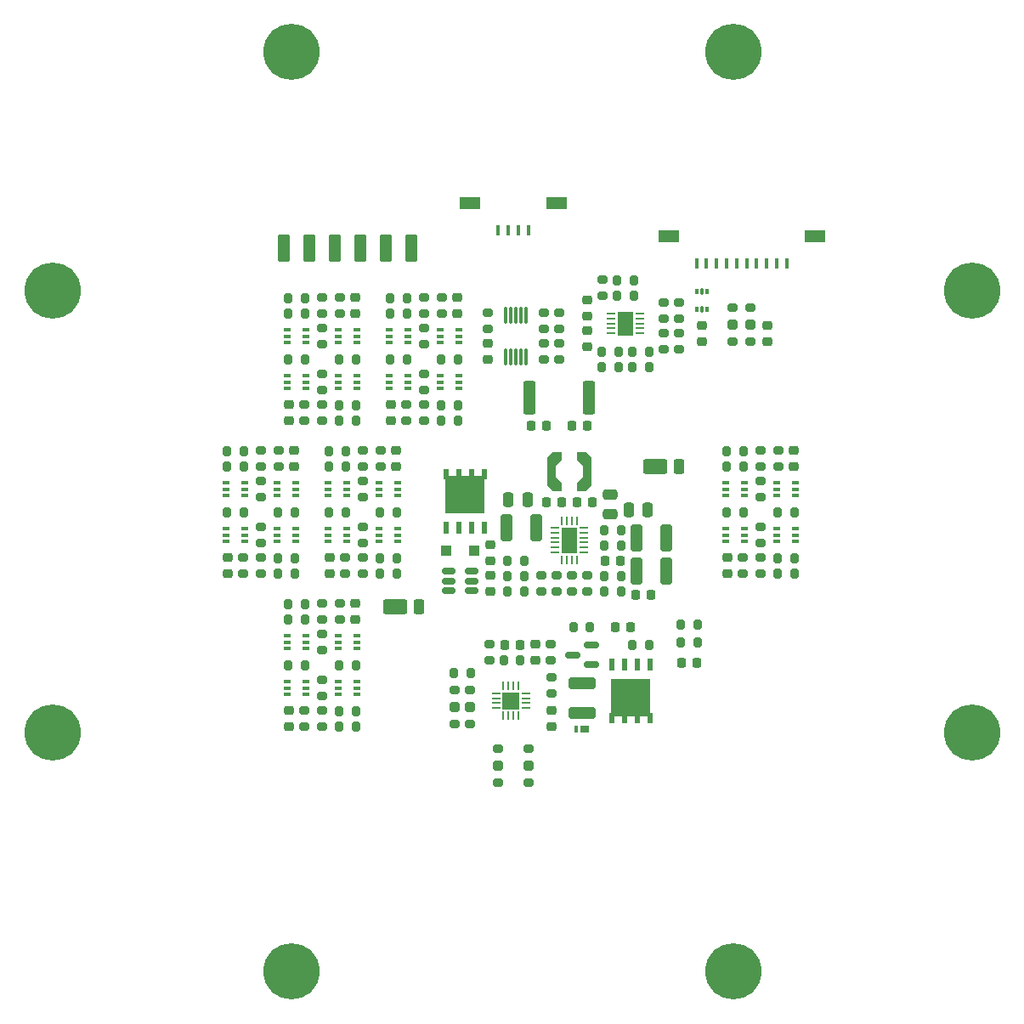
<source format=gbr>
%TF.GenerationSoftware,KiCad,Pcbnew,8.0.5*%
%TF.CreationDate,2025-02-27T20:43:25-05:00*%
%TF.ProjectId,Z+,5a2b2e6b-6963-4616-945f-706362585858,rev?*%
%TF.SameCoordinates,Original*%
%TF.FileFunction,Soldermask,Bot*%
%TF.FilePolarity,Negative*%
%FSLAX46Y46*%
G04 Gerber Fmt 4.6, Leading zero omitted, Abs format (unit mm)*
G04 Created by KiCad (PCBNEW 8.0.5) date 2025-02-27 20:43:25*
%MOMM*%
%LPD*%
G01*
G04 APERTURE LIST*
G04 Aperture macros list*
%AMRoundRect*
0 Rectangle with rounded corners*
0 $1 Rounding radius*
0 $2 $3 $4 $5 $6 $7 $8 $9 X,Y pos of 4 corners*
0 Add a 4 corners polygon primitive as box body*
4,1,4,$2,$3,$4,$5,$6,$7,$8,$9,$2,$3,0*
0 Add four circle primitives for the rounded corners*
1,1,$1+$1,$2,$3*
1,1,$1+$1,$4,$5*
1,1,$1+$1,$6,$7*
1,1,$1+$1,$8,$9*
0 Add four rect primitives between the rounded corners*
20,1,$1+$1,$2,$3,$4,$5,0*
20,1,$1+$1,$4,$5,$6,$7,0*
20,1,$1+$1,$6,$7,$8,$9,0*
20,1,$1+$1,$8,$9,$2,$3,0*%
%AMFreePoly0*
4,1,11,1.015000,1.170000,0.435000,0.575000,0.435000,-0.575000,1.015000,-1.170000,1.015000,-1.945000,0.125000,-1.945000,-0.435000,-1.395000,-0.435000,1.395000,0.125000,1.945000,1.015000,1.945000,1.015000,1.170000,1.015000,1.170000,$1*%
%AMFreePoly1*
4,1,11,0.435000,1.395000,0.435000,-1.395000,-0.125000,-1.945000,-1.015000,-1.945000,-1.015000,-1.170000,-0.435000,-0.575000,-0.435000,0.575000,-1.015000,1.170000,-1.015000,1.945000,-0.125000,1.945000,0.435000,1.395000,0.435000,1.395000,$1*%
G04 Aperture macros list end*
%ADD10C,0.762000*%
%ADD11C,3.800000*%
%ADD12C,5.600000*%
%ADD13RoundRect,0.225000X0.250000X-0.225000X0.250000X0.225000X-0.250000X0.225000X-0.250000X-0.225000X0*%
%ADD14RoundRect,0.100000X0.225000X0.100000X-0.225000X0.100000X-0.225000X-0.100000X0.225000X-0.100000X0*%
%ADD15RoundRect,0.200000X0.200000X0.275000X-0.200000X0.275000X-0.200000X-0.275000X0.200000X-0.275000X0*%
%ADD16RoundRect,0.225000X-0.250000X0.225000X-0.250000X-0.225000X0.250000X-0.225000X0.250000X0.225000X0*%
%ADD17RoundRect,0.200000X-0.275000X0.200000X-0.275000X-0.200000X0.275000X-0.200000X0.275000X0.200000X0*%
%ADD18RoundRect,0.250000X0.325000X1.100000X-0.325000X1.100000X-0.325000X-1.100000X0.325000X-1.100000X0*%
%ADD19RoundRect,0.100000X-0.225000X-0.100000X0.225000X-0.100000X0.225000X0.100000X-0.225000X0.100000X0*%
%ADD20RoundRect,0.250000X0.950000X0.500000X-0.950000X0.500000X-0.950000X-0.500000X0.950000X-0.500000X0*%
%ADD21RoundRect,0.250000X0.275000X0.500000X-0.275000X0.500000X-0.275000X-0.500000X0.275000X-0.500000X0*%
%ADD22R,0.400000X1.000000*%
%ADD23R,2.000000X1.300000*%
%ADD24RoundRect,0.218750X0.218750X0.256250X-0.218750X0.256250X-0.218750X-0.256250X0.218750X-0.256250X0*%
%ADD25RoundRect,0.200000X-0.200000X-0.275000X0.200000X-0.275000X0.200000X0.275000X-0.200000X0.275000X0*%
%ADD26RoundRect,0.062500X0.362500X0.062500X-0.362500X0.062500X-0.362500X-0.062500X0.362500X-0.062500X0*%
%ADD27RoundRect,0.062500X0.062500X0.362500X-0.062500X0.362500X-0.062500X-0.362500X0.062500X-0.362500X0*%
%ADD28R,1.650000X2.650000*%
%ADD29RoundRect,0.218750X-0.218750X-0.256250X0.218750X-0.256250X0.218750X0.256250X-0.218750X0.256250X0*%
%ADD30RoundRect,0.200000X0.275000X-0.200000X0.275000X0.200000X-0.275000X0.200000X-0.275000X-0.200000X0*%
%ADD31RoundRect,0.250000X-0.300000X-0.300000X0.300000X-0.300000X0.300000X0.300000X-0.300000X0.300000X0*%
%ADD32RoundRect,0.062500X-0.362500X-0.062500X0.362500X-0.062500X0.362500X0.062500X-0.362500X0.062500X0*%
%ADD33R,1.650000X2.380000*%
%ADD34R,0.812800X0.254000*%
%ADD35R,0.254000X0.812800*%
%ADD36R,1.752600X1.752600*%
%ADD37RoundRect,0.150000X0.512500X0.150000X-0.512500X0.150000X-0.512500X-0.150000X0.512500X-0.150000X0*%
%ADD38RoundRect,0.250000X-0.325000X-1.100000X0.325000X-1.100000X0.325000X1.100000X-0.325000X1.100000X0*%
%ADD39RoundRect,0.093750X-0.093750X0.156250X-0.093750X-0.156250X0.093750X-0.156250X0.093750X0.156250X0*%
%ADD40RoundRect,0.075000X-0.075000X0.250000X-0.075000X-0.250000X0.075000X-0.250000X0.075000X0.250000X0*%
%ADD41RoundRect,0.250000X-0.250000X-0.475000X0.250000X-0.475000X0.250000X0.475000X-0.250000X0.475000X0*%
%ADD42RoundRect,0.075000X0.390000X0.275000X-0.390000X0.275000X-0.390000X-0.275000X0.390000X-0.275000X0*%
%ADD43RoundRect,0.075000X0.075000X0.275000X-0.075000X0.275000X-0.075000X-0.275000X0.075000X-0.275000X0*%
%ADD44RoundRect,0.250000X1.100000X-0.325000X1.100000X0.325000X-1.100000X0.325000X-1.100000X-0.325000X0*%
%ADD45R,0.610000X1.270000*%
%ADD46R,0.610000X1.020000*%
%ADD47R,3.910000X3.810000*%
%ADD48RoundRect,0.225000X-0.225000X-0.250000X0.225000X-0.250000X0.225000X0.250000X-0.225000X0.250000X0*%
%ADD49RoundRect,0.150000X0.587500X0.150000X-0.587500X0.150000X-0.587500X-0.150000X0.587500X-0.150000X0*%
%ADD50FreePoly0,180.000000*%
%ADD51FreePoly1,180.000000*%
%ADD52RoundRect,0.225000X0.225000X0.250000X-0.225000X0.250000X-0.225000X-0.250000X0.225000X-0.250000X0*%
%ADD53RoundRect,0.218750X0.256250X-0.218750X0.256250X0.218750X-0.256250X0.218750X-0.256250X-0.218750X0*%
%ADD54RoundRect,0.250000X0.475000X-0.250000X0.475000X0.250000X-0.475000X0.250000X-0.475000X-0.250000X0*%
%ADD55RoundRect,0.087500X0.087500X-0.725000X0.087500X0.725000X-0.087500X0.725000X-0.087500X-0.725000X0*%
%ADD56RoundRect,0.250000X0.250000X0.475000X-0.250000X0.475000X-0.250000X-0.475000X0.250000X-0.475000X0*%
%ADD57RoundRect,0.102000X0.500000X1.250000X-0.500000X1.250000X-0.500000X-1.250000X0.500000X-1.250000X0*%
%ADD58RoundRect,0.250000X-0.362500X-1.425000X0.362500X-1.425000X0.362500X1.425000X-0.362500X1.425000X0*%
G04 APERTURE END LIST*
D10*
%TO.C,H4*%
X193851074Y-79832061D03*
X194495324Y-78276311D03*
X194495324Y-81387811D03*
X196051074Y-77632061D03*
D11*
X196051074Y-79832061D03*
D12*
X196051074Y-79832061D03*
D10*
X196051074Y-82032061D03*
X197606824Y-78276311D03*
X197606824Y-81387811D03*
X198251074Y-79832061D03*
%TD*%
%TO.C,H2*%
X193851074Y-123832061D03*
X194495324Y-122276311D03*
X194495324Y-125387811D03*
X196051074Y-121632061D03*
D11*
X196051074Y-123832061D03*
D12*
X196051074Y-123832061D03*
D10*
X196051074Y-126032061D03*
X197606824Y-122276311D03*
X197606824Y-125387811D03*
X198251074Y-123832061D03*
%TD*%
%TO.C,H5*%
X126051074Y-147632061D03*
X126695324Y-146076311D03*
X126695324Y-149187811D03*
X128251074Y-145432061D03*
D11*
X128251074Y-147632061D03*
D12*
X128251074Y-147632061D03*
D10*
X128251074Y-149832061D03*
X129806824Y-146076311D03*
X129806824Y-149187811D03*
X130451074Y-147632061D03*
%TD*%
%TO.C,H1*%
X102251074Y-79832061D03*
X102895324Y-78276311D03*
X102895324Y-81387811D03*
X104451074Y-77632061D03*
D11*
X104451074Y-79832061D03*
D12*
X104451074Y-79832061D03*
D10*
X104451074Y-82032061D03*
X106006824Y-78276311D03*
X106006824Y-81387811D03*
X106651074Y-79832061D03*
%TD*%
%TO.C,H3*%
X102251074Y-123832061D03*
X102895324Y-122276311D03*
X102895324Y-125387811D03*
X104451074Y-121632061D03*
D11*
X104451074Y-123832061D03*
D12*
X104451074Y-123832061D03*
D10*
X104451074Y-126032061D03*
X106006824Y-122276311D03*
X106006824Y-125387811D03*
X106651074Y-123832061D03*
%TD*%
%TO.C,H6*%
X170051074Y-56032061D03*
X170695324Y-54476311D03*
X170695324Y-57587811D03*
X172251074Y-53832061D03*
D11*
X172251074Y-56032061D03*
D12*
X172251074Y-56032061D03*
D10*
X172251074Y-58232061D03*
X173806824Y-54476311D03*
X173806824Y-57587811D03*
X174451074Y-56032061D03*
%TD*%
%TO.C,H8*%
X126051074Y-56032061D03*
X126695324Y-54476311D03*
X126695324Y-57587811D03*
X128251074Y-53832061D03*
D11*
X128251074Y-56032061D03*
D12*
X128251074Y-56032061D03*
D10*
X128251074Y-58232061D03*
X129806824Y-54476311D03*
X129806824Y-57587811D03*
X130451074Y-56032061D03*
%TD*%
%TO.C,H7*%
X170051074Y-147632061D03*
X170695324Y-146076311D03*
X170695324Y-149187811D03*
X172251074Y-145432061D03*
D11*
X172251074Y-147632061D03*
D12*
X172251074Y-147632061D03*
D10*
X172251074Y-149832061D03*
X173806824Y-146076311D03*
X173806824Y-149187811D03*
X174451074Y-147632061D03*
%TD*%
D13*
%TO.C,C12*%
X154178000Y-123203000D03*
X154178000Y-121653000D03*
%TD*%
D14*
%TO.C,Q14*%
X139888000Y-88250000D03*
X139888000Y-88900000D03*
X139888000Y-89550000D03*
X137988000Y-89550000D03*
X137988000Y-88900000D03*
X137988000Y-88250000D03*
%TD*%
D15*
%TO.C,R123*%
X162369000Y-78740000D03*
X160719000Y-78740000D03*
%TD*%
D16*
%TO.C,C2*%
X175641000Y-83299000D03*
X175641000Y-84849000D03*
%TD*%
D14*
%TO.C,Q13*%
X138872000Y-103490000D03*
X138872000Y-104140000D03*
X138872000Y-104790000D03*
X136972000Y-104790000D03*
X136972000Y-104140000D03*
X136972000Y-103490000D03*
%TD*%
D17*
%TO.C,R90*%
X131318000Y-118555000D03*
X131318000Y-120205000D03*
%TD*%
%TO.C,R34*%
X147965074Y-114999000D03*
X147965074Y-116649000D03*
%TD*%
%TO.C,R29*%
X146050000Y-119571000D03*
X146050000Y-121221000D03*
%TD*%
D15*
%TO.C,R23*%
X157988000Y-113284000D03*
X156338000Y-113284000D03*
%TD*%
D18*
%TO.C,C26*%
X152605000Y-103378000D03*
X149655000Y-103378000D03*
%TD*%
D14*
%TO.C,Q21*%
X134808000Y-118730000D03*
X134808000Y-119380000D03*
X134808000Y-120030000D03*
X132908000Y-120030000D03*
X132908000Y-119380000D03*
X132908000Y-118730000D03*
%TD*%
D15*
%TO.C,R64*%
X139763000Y-86614000D03*
X138113000Y-86614000D03*
%TD*%
D19*
%TO.C,Q24*%
X176596000Y-100218000D03*
X176596000Y-99568000D03*
X176596000Y-98918000D03*
X178496000Y-98918000D03*
X178496000Y-99568000D03*
X178496000Y-100218000D03*
%TD*%
D17*
%TO.C,R73*%
X143256000Y-80455000D03*
X143256000Y-82105000D03*
%TD*%
D20*
%TO.C,D7*%
X164504000Y-97282000D03*
D21*
X166879000Y-97282000D03*
%TD*%
D22*
%TO.C,J1*%
X168611160Y-77110000D03*
X169611160Y-77110000D03*
X170611160Y-77110000D03*
X171611160Y-77110000D03*
X172611160Y-77110000D03*
X173611160Y-77110000D03*
X174611160Y-77110000D03*
X175611160Y-77110000D03*
X176611160Y-77110000D03*
X177611160Y-77110000D03*
D23*
X165811160Y-74410000D03*
X180411160Y-74410000D03*
%TD*%
D15*
%TO.C,R1*%
X134682999Y-91186000D03*
X133032999Y-91186000D03*
%TD*%
D19*
%TO.C,Q12*%
X136972000Y-100218000D03*
X136972000Y-99568000D03*
X136972000Y-98918000D03*
X138872000Y-98918000D03*
X138872000Y-99568000D03*
X138872000Y-100218000D03*
%TD*%
D14*
%TO.C,Q2*%
X134807999Y-88250000D03*
X134807999Y-88900000D03*
X134807999Y-89550000D03*
X132907999Y-89550000D03*
X132907999Y-88900000D03*
X132907999Y-88250000D03*
%TD*%
D17*
%TO.C,R54*%
X157734000Y-108141000D03*
X157734000Y-109791000D03*
%TD*%
%TO.C,R75*%
X125222000Y-95695000D03*
X125222000Y-97345000D03*
%TD*%
D13*
%TO.C,C17*%
X147828000Y-86627000D03*
X147828000Y-85077000D03*
%TD*%
D17*
%TO.C,R2*%
X131318000Y-80455000D03*
X131318000Y-82105000D03*
%TD*%
D15*
%TO.C,R38*%
X133667000Y-101854000D03*
X132017000Y-101854000D03*
%TD*%
D19*
%TO.C,Q27*%
X171516000Y-100218000D03*
X171516000Y-99568000D03*
X171516000Y-98918000D03*
X173416000Y-98918000D03*
X173416000Y-99568000D03*
X173416000Y-100218000D03*
%TD*%
D24*
%TO.C,F9*%
X153695500Y-93218000D03*
X152120500Y-93218000D03*
%TD*%
D19*
%TO.C,Q15*%
X137988000Y-84978000D03*
X137988000Y-84328000D03*
X137988000Y-83678000D03*
X139888000Y-83678000D03*
X139888000Y-84328000D03*
X139888000Y-84978000D03*
%TD*%
D25*
%TO.C,R19*%
X167069000Y-114808000D03*
X168719000Y-114808000D03*
%TD*%
D19*
%TO.C,Q23*%
X127828000Y-115458000D03*
X127828000Y-114808000D03*
X127828000Y-114158000D03*
X129728000Y-114158000D03*
X129728000Y-114808000D03*
X129728000Y-115458000D03*
%TD*%
D26*
%TO.C,U9*%
X157406000Y-103398000D03*
X157406000Y-103898000D03*
X157406000Y-104398000D03*
X157406000Y-104898000D03*
X157406000Y-105398000D03*
X157406000Y-105898000D03*
D27*
X156706000Y-106598000D03*
X156206000Y-106598000D03*
X155706000Y-106598000D03*
X155206000Y-106598000D03*
D26*
X154506000Y-105898000D03*
X154506000Y-105398000D03*
X154506000Y-104898000D03*
X154506000Y-104398000D03*
X154506000Y-103898000D03*
X154506000Y-103398000D03*
D27*
X155206000Y-102698000D03*
X155706000Y-102698000D03*
X156206000Y-102698000D03*
X156706000Y-102698000D03*
D28*
X155956000Y-104648000D03*
%TD*%
D29*
%TO.C,F8*%
X156184500Y-93218000D03*
X157759500Y-93218000D03*
%TD*%
D22*
%TO.C,J2*%
X148868000Y-73808000D03*
X149868000Y-73808000D03*
X150868000Y-73808000D03*
X151868000Y-73808000D03*
D23*
X146068000Y-71108000D03*
X154668000Y-71108000D03*
%TD*%
D19*
%TO.C,Q6*%
X121732000Y-100218000D03*
X121732000Y-99568000D03*
X121732000Y-98918000D03*
X123632000Y-98918000D03*
X123632000Y-99568000D03*
X123632000Y-100218000D03*
%TD*%
D17*
%TO.C,R102*%
X175006000Y-103315000D03*
X175006000Y-104965000D03*
%TD*%
D30*
%TO.C,R91*%
X129539999Y-123253000D03*
X129539999Y-121603000D03*
%TD*%
%TO.C,R110*%
X154940000Y-86677000D03*
X154940000Y-85027000D03*
%TD*%
D15*
%TO.C,R22*%
X168719000Y-113030000D03*
X167069000Y-113030000D03*
%TD*%
D17*
%TO.C,R30*%
X144526000Y-121349000D03*
X144526000Y-122999000D03*
%TD*%
D15*
%TO.C,R122*%
X162369000Y-80264000D03*
X160719000Y-80264000D03*
%TD*%
D25*
%TO.C,R120*%
X159195000Y-85852000D03*
X160845000Y-85852000D03*
%TD*%
D15*
%TO.C,R4*%
X134682999Y-92710000D03*
X133032999Y-92710000D03*
%TD*%
D20*
%TO.C,D8*%
X138596000Y-111252000D03*
D21*
X140971000Y-111252000D03*
%TD*%
D25*
%TO.C,R39*%
X132017000Y-95758000D03*
X133667000Y-95758000D03*
%TD*%
%TO.C,R61*%
X149797000Y-108204000D03*
X151447000Y-108204000D03*
%TD*%
D31*
%TO.C,D2*%
X143634000Y-105664000D03*
X146434000Y-105664000D03*
%TD*%
D17*
%TO.C,R21*%
X151892000Y-125413000D03*
X151892000Y-127063000D03*
%TD*%
D15*
%TO.C,R95*%
X178371000Y-107950000D03*
X176721000Y-107950000D03*
%TD*%
%TO.C,R100*%
X173291000Y-101854000D03*
X171641000Y-101854000D03*
%TD*%
D30*
%TO.C,R108*%
X153416000Y-86677000D03*
X153416000Y-85027000D03*
%TD*%
D25*
%TO.C,R44*%
X137097000Y-101854000D03*
X138747000Y-101854000D03*
%TD*%
%TO.C,R50*%
X159449000Y-109728000D03*
X161099000Y-109728000D03*
%TD*%
%TO.C,R3*%
X133032999Y-86614000D03*
X134682999Y-86614000D03*
%TD*%
%TO.C,R86*%
X127953000Y-112522000D03*
X129603000Y-112522000D03*
%TD*%
D30*
%TO.C,R32*%
X154061074Y-116649000D03*
X154061074Y-114999000D03*
%TD*%
D25*
%TO.C,R76*%
X126937000Y-101854000D03*
X128587000Y-101854000D03*
%TD*%
D30*
%TO.C,R87*%
X131317999Y-123253000D03*
X131317999Y-121603000D03*
%TD*%
D15*
%TO.C,R88*%
X129603000Y-117094000D03*
X127953000Y-117094000D03*
%TD*%
D32*
%TO.C,U11*%
X160094000Y-84058000D03*
X160094000Y-83558000D03*
X160094000Y-83058000D03*
X160094000Y-82558000D03*
X160094000Y-82058000D03*
X162994000Y-82058000D03*
X162994000Y-82558000D03*
X162994000Y-83058000D03*
X162994000Y-83558000D03*
X162994000Y-84058000D03*
D33*
X161544000Y-83058000D03*
%TD*%
D19*
%TO.C,Q11*%
X131892000Y-100218000D03*
X131892000Y-99568000D03*
X131892000Y-98918000D03*
X133792000Y-98918000D03*
X133792000Y-99568000D03*
X133792000Y-100218000D03*
%TD*%
D25*
%TO.C,R119*%
X162243000Y-85852000D03*
X163893000Y-85852000D03*
%TD*%
D14*
%TO.C,Q22*%
X129728000Y-118730000D03*
X129728000Y-119380000D03*
X129728000Y-120030000D03*
X127828000Y-120030000D03*
X127828000Y-119380000D03*
X127828000Y-118730000D03*
%TD*%
D34*
%TO.C,U7*%
X151587200Y-119899999D03*
X151587200Y-120400000D03*
X151587200Y-120900000D03*
X151587200Y-121400001D03*
D35*
X150864001Y-122123200D03*
X150364000Y-122123200D03*
X149864000Y-122123200D03*
X149363999Y-122123200D03*
D34*
X148640800Y-121400001D03*
X148640800Y-120900000D03*
X148640800Y-120400000D03*
X148640800Y-119899999D03*
D35*
X149363999Y-119176800D03*
X149864000Y-119176800D03*
X150364000Y-119176800D03*
X150864001Y-119176800D03*
D36*
X150114000Y-120650000D03*
%TD*%
D15*
%TO.C,R77*%
X128587000Y-107950000D03*
X126937000Y-107950000D03*
%TD*%
D37*
%TO.C,U6*%
X146171500Y-107762000D03*
X146171500Y-108712000D03*
X146171500Y-109662000D03*
X143896500Y-109662000D03*
X143896500Y-108712000D03*
X143896500Y-107762000D03*
%TD*%
D17*
%TO.C,R11*%
X131318000Y-88075000D03*
X131318000Y-89725000D03*
%TD*%
D25*
%TO.C,R118*%
X159195000Y-87376000D03*
X160845000Y-87376000D03*
%TD*%
D38*
%TO.C,C18*%
X162609000Y-104394000D03*
X165559000Y-104394000D03*
%TD*%
D30*
%TO.C,R12*%
X129540000Y-92773000D03*
X129540000Y-91123000D03*
%TD*%
D17*
%TO.C,R56*%
X147828000Y-81979000D03*
X147828000Y-83629000D03*
%TD*%
%TO.C,R81*%
X131318000Y-110935000D03*
X131318000Y-112585000D03*
%TD*%
D15*
%TO.C,R42*%
X138747000Y-106426000D03*
X137097000Y-106426000D03*
%TD*%
D14*
%TO.C,Q19*%
X128712000Y-103490000D03*
X128712000Y-104140000D03*
X128712000Y-104790000D03*
X126812000Y-104790000D03*
X126812000Y-104140000D03*
X126812000Y-103490000D03*
%TD*%
D13*
%TO.C,C28*%
X144780000Y-82055000D03*
X144780000Y-80505000D03*
%TD*%
D17*
%TO.C,R17*%
X125222000Y-103315000D03*
X125222000Y-104965000D03*
%TD*%
D25*
%TO.C,R35*%
X149426074Y-116586000D03*
X151076074Y-116586000D03*
%TD*%
D39*
%TO.C,U10*%
X168626500Y-79922000D03*
D40*
X169164000Y-79847000D03*
D39*
X169701500Y-79922000D03*
X169701500Y-81622000D03*
D40*
X169164000Y-81697000D03*
D39*
X168626500Y-81622000D03*
%TD*%
D14*
%TO.C,Q3*%
X129728000Y-88250000D03*
X129728000Y-88900000D03*
X129728000Y-89550000D03*
X127828000Y-89550000D03*
X127828000Y-88900000D03*
X127828000Y-88250000D03*
%TD*%
D41*
%TO.C,C21*%
X161864000Y-101600000D03*
X163764000Y-101600000D03*
%TD*%
D25*
%TO.C,R10*%
X127953000Y-80518000D03*
X129603000Y-80518000D03*
%TD*%
D19*
%TO.C,Q18*%
X126812000Y-100218000D03*
X126812000Y-99568000D03*
X126812000Y-98918000D03*
X128712000Y-98918000D03*
X128712000Y-99568000D03*
X128712000Y-100218000D03*
%TD*%
D17*
%TO.C,R43*%
X135382000Y-95695000D03*
X135382000Y-97345000D03*
%TD*%
D16*
%TO.C,C31*%
X128016000Y-121653000D03*
X128016000Y-123203000D03*
%TD*%
D17*
%TO.C,R47*%
X137160000Y-95695000D03*
X137160000Y-97345000D03*
%TD*%
D30*
%TO.C,R67*%
X139700000Y-92773000D03*
X139700000Y-91123000D03*
%TD*%
D16*
%TO.C,C15*%
X132080000Y-106413000D03*
X132080000Y-107963000D03*
%TD*%
D17*
%TO.C,R6*%
X133096000Y-80455000D03*
X133096000Y-82105000D03*
%TD*%
D42*
%TO.C,D4*%
X157511000Y-123444000D03*
D43*
X156626000Y-123444000D03*
%TD*%
D44*
%TO.C,C11*%
X157226000Y-121871000D03*
X157226000Y-118921000D03*
%TD*%
D45*
%TO.C,Q7*%
X143637000Y-103436000D03*
D46*
X147447000Y-98086000D03*
X146177000Y-98086000D03*
X144907000Y-98086000D03*
X143637000Y-98086000D03*
D47*
X145542000Y-100076000D03*
D45*
X147447000Y-103436000D03*
X146177000Y-103436000D03*
X144907000Y-103436000D03*
%TD*%
D15*
%TO.C,R48*%
X161099000Y-103632000D03*
X159449000Y-103632000D03*
%TD*%
D48*
%TO.C,C22*%
X156705000Y-100838000D03*
X158255000Y-100838000D03*
%TD*%
D30*
%TO.C,R41*%
X133604000Y-108013000D03*
X133604000Y-106363000D03*
%TD*%
D49*
%TO.C,Q8*%
X158163500Y-115128000D03*
X158163500Y-117028000D03*
X156288500Y-116078000D03*
%TD*%
D17*
%TO.C,R28*%
X146050000Y-121349000D03*
X146050000Y-122999000D03*
%TD*%
D50*
%TO.C,L1*%
X157721000Y-97790000D03*
D51*
X154191000Y-97790000D03*
%TD*%
D13*
%TO.C,C13*%
X152537074Y-116599000D03*
X152537074Y-115049000D03*
%TD*%
D52*
%TO.C,C23*%
X155207000Y-100838000D03*
X153657000Y-100838000D03*
%TD*%
D16*
%TO.C,C27*%
X138176000Y-91173000D03*
X138176000Y-92723000D03*
%TD*%
D15*
%TO.C,R52*%
X151447000Y-106680000D03*
X149797000Y-106680000D03*
%TD*%
D14*
%TO.C,Q5*%
X123632000Y-103490000D03*
X123632000Y-104140000D03*
X123632000Y-104790000D03*
X121732000Y-104790000D03*
X121732000Y-104140000D03*
X121732000Y-103490000D03*
%TD*%
D15*
%TO.C,R33*%
X146113000Y-117856000D03*
X144463000Y-117856000D03*
%TD*%
D48*
%TO.C,C14*%
X149476074Y-115062000D03*
X151026074Y-115062000D03*
%TD*%
D29*
%TO.C,F7*%
X162534500Y-110109000D03*
X164109500Y-110109000D03*
%TD*%
D30*
%TO.C,R78*%
X125222000Y-100393000D03*
X125222000Y-98743000D03*
%TD*%
D15*
%TO.C,R92*%
X178371000Y-106426000D03*
X176721000Y-106426000D03*
%TD*%
D17*
%TO.C,R85*%
X133096000Y-110935000D03*
X133096000Y-112585000D03*
%TD*%
D53*
%TO.C,F10*%
X157734000Y-85369500D03*
X157734000Y-83794500D03*
%TD*%
D30*
%TO.C,R37*%
X135382000Y-108013000D03*
X135382000Y-106363000D03*
%TD*%
D25*
%TO.C,R98*%
X171641000Y-97282000D03*
X173291000Y-97282000D03*
%TD*%
D13*
%TO.C,C29*%
X128524000Y-97295000D03*
X128524000Y-95745000D03*
%TD*%
D30*
%TO.C,R109*%
X154940000Y-83629000D03*
X154940000Y-81979000D03*
%TD*%
D25*
%TO.C,R94*%
X176721000Y-101854000D03*
X178371000Y-101854000D03*
%TD*%
D15*
%TO.C,R49*%
X161099000Y-108204000D03*
X159449000Y-108204000D03*
%TD*%
D16*
%TO.C,C9*%
X121920000Y-106413000D03*
X121920000Y-107963000D03*
%TD*%
D29*
%TO.C,D3*%
X167106500Y-116840000D03*
X168681500Y-116840000D03*
%TD*%
D17*
%TO.C,R93*%
X175006000Y-95695000D03*
X175006000Y-97345000D03*
%TD*%
D16*
%TO.C,C1*%
X169164000Y-83299000D03*
X169164000Y-84849000D03*
%TD*%
D15*
%TO.C,R24*%
X163893000Y-115062000D03*
X162243000Y-115062000D03*
%TD*%
D17*
%TO.C,R79*%
X127000000Y-95695000D03*
X127000000Y-97345000D03*
%TD*%
D19*
%TO.C,Q20*%
X132908000Y-115458000D03*
X132908000Y-114808000D03*
X132908000Y-114158000D03*
X134808000Y-114158000D03*
X134808000Y-114808000D03*
X134808000Y-115458000D03*
%TD*%
D14*
%TO.C,Q17*%
X144968000Y-88250000D03*
X144968000Y-88900000D03*
X144968000Y-89550000D03*
X143068000Y-89550000D03*
X143068000Y-88900000D03*
X143068000Y-88250000D03*
%TD*%
D17*
%TO.C,R26*%
X148844000Y-125413000D03*
X148844000Y-127063000D03*
%TD*%
D25*
%TO.C,R16*%
X121857000Y-95758000D03*
X123507000Y-95758000D03*
%TD*%
D17*
%TO.C,R27*%
X154178000Y-118301000D03*
X154178000Y-119951000D03*
%TD*%
D25*
%TO.C,R7*%
X127953000Y-82042000D03*
X129603000Y-82042000D03*
%TD*%
D17*
%TO.C,R25*%
X148844000Y-127191000D03*
X148844000Y-128841000D03*
%TD*%
D13*
%TO.C,C3*%
X134619999Y-82055000D03*
X134619999Y-80505000D03*
%TD*%
D25*
%TO.C,R51*%
X159449000Y-105156000D03*
X161099000Y-105156000D03*
%TD*%
D17*
%TO.C,R69*%
X141478000Y-80455000D03*
X141478000Y-82105000D03*
%TD*%
%TO.C,R20*%
X151892000Y-127191000D03*
X151892000Y-128841000D03*
%TD*%
D19*
%TO.C,Q16*%
X143068000Y-84978000D03*
X143068000Y-84328000D03*
X143068000Y-83678000D03*
X144968000Y-83678000D03*
X144968000Y-84328000D03*
X144968000Y-84978000D03*
%TD*%
D16*
%TO.C,C4*%
X128016000Y-91173000D03*
X128016000Y-92723000D03*
%TD*%
D30*
%TO.C,R18*%
X123444000Y-108013000D03*
X123444000Y-106363000D03*
%TD*%
D25*
%TO.C,R65*%
X138113000Y-80518000D03*
X139763000Y-80518000D03*
%TD*%
D17*
%TO.C,R115*%
X173990000Y-81471000D03*
X173990000Y-83121000D03*
%TD*%
D14*
%TO.C,Q25*%
X178496000Y-103490000D03*
X178496000Y-104140000D03*
X178496000Y-104790000D03*
X176596000Y-104790000D03*
X176596000Y-104140000D03*
X176596000Y-103490000D03*
%TD*%
D30*
%TO.C,R57*%
X153416000Y-83629000D03*
X153416000Y-81979000D03*
%TD*%
%TO.C,R113*%
X172212000Y-84899000D03*
X172212000Y-83249000D03*
%TD*%
D15*
%TO.C,R60*%
X151447000Y-109728000D03*
X149797000Y-109728000D03*
%TD*%
D54*
%TO.C,C20*%
X160020000Y-102042000D03*
X160020000Y-100142000D03*
%TD*%
D13*
%TO.C,C30*%
X134619999Y-112535000D03*
X134619999Y-110985000D03*
%TD*%
D55*
%TO.C,U8*%
X151622000Y-86440500D03*
X151122000Y-86440500D03*
X150622000Y-86440500D03*
X150122000Y-86440500D03*
X149622000Y-86440500D03*
X149622000Y-82215500D03*
X150122000Y-82215500D03*
X150622000Y-82215500D03*
X151122000Y-82215500D03*
X151622000Y-82215500D03*
%TD*%
D30*
%TO.C,R14*%
X125222000Y-108013000D03*
X125222000Y-106363000D03*
%TD*%
%TO.C,R121*%
X159258000Y-80327000D03*
X159258000Y-78677000D03*
%TD*%
%TO.C,R53*%
X156210000Y-109791000D03*
X156210000Y-108141000D03*
%TD*%
%TO.C,R63*%
X141478000Y-92773000D03*
X141478000Y-91123000D03*
%TD*%
%TO.C,R8*%
X131318000Y-92773000D03*
X131318000Y-91123000D03*
%TD*%
D25*
%TO.C,R62*%
X138113000Y-82042000D03*
X139763000Y-82042000D03*
%TD*%
D16*
%TO.C,C10*%
X148091428Y-108191000D03*
X148091428Y-109741000D03*
%TD*%
D13*
%TO.C,C32*%
X178308000Y-97295000D03*
X178308000Y-95745000D03*
%TD*%
D25*
%TO.C,R117*%
X162243000Y-87376000D03*
X163893000Y-87376000D03*
%TD*%
D56*
%TO.C,C25*%
X151760000Y-100584000D03*
X149860000Y-100584000D03*
%TD*%
D30*
%TO.C,R84*%
X131318000Y-115633000D03*
X131318000Y-113983000D03*
%TD*%
D15*
%TO.C,R45*%
X138747000Y-107950000D03*
X137097000Y-107950000D03*
%TD*%
D19*
%TO.C,Q1*%
X132907999Y-84978000D03*
X132907999Y-84328000D03*
X132907999Y-83678000D03*
X134807999Y-83678000D03*
X134807999Y-84328000D03*
X134807999Y-84978000D03*
%TD*%
D45*
%TO.C,Q9*%
X163957000Y-117021500D03*
D46*
X160147000Y-122371500D03*
X161417000Y-122371500D03*
X162687000Y-122371500D03*
X163957000Y-122371500D03*
D47*
X162052000Y-120381500D03*
D45*
X160147000Y-117021500D03*
X161417000Y-117021500D03*
X162687000Y-117021500D03*
%TD*%
D17*
%TO.C,R58*%
X154686000Y-108141000D03*
X154686000Y-109791000D03*
%TD*%
D15*
%TO.C,R15*%
X123507000Y-101854000D03*
X121857000Y-101854000D03*
%TD*%
D30*
%TO.C,R96*%
X175006000Y-100393000D03*
X175006000Y-98743000D03*
%TD*%
D17*
%TO.C,R126*%
X165354000Y-84011000D03*
X165354000Y-85661000D03*
%TD*%
D15*
%TO.C,R74*%
X128587000Y-106426000D03*
X126937000Y-106426000D03*
%TD*%
D17*
%TO.C,R40*%
X135382000Y-103315000D03*
X135382000Y-104965000D03*
%TD*%
D25*
%TO.C,R36*%
X132017000Y-97282000D03*
X133667000Y-97282000D03*
%TD*%
D19*
%TO.C,Q4*%
X127828000Y-84978000D03*
X127828000Y-84328000D03*
X127828000Y-83678000D03*
X129728000Y-83678000D03*
X129728000Y-84328000D03*
X129728000Y-84978000D03*
%TD*%
D14*
%TO.C,Q26*%
X173416000Y-103490000D03*
X173416000Y-104140000D03*
X173416000Y-104790000D03*
X171516000Y-104790000D03*
X171516000Y-104140000D03*
X171516000Y-103490000D03*
%TD*%
D17*
%TO.C,R124*%
X166878000Y-84011000D03*
X166878000Y-85661000D03*
%TD*%
D15*
%TO.C,R71*%
X144843000Y-92710000D03*
X143193000Y-92710000D03*
%TD*%
D53*
%TO.C,F5*%
X148082000Y-106705500D03*
X148082000Y-105130500D03*
%TD*%
D57*
%TO.C,J5*%
X140208000Y-75570000D03*
X137668000Y-75570000D03*
X135128000Y-75570000D03*
X132588000Y-75570000D03*
X130048000Y-75570000D03*
X127508000Y-75570000D03*
%TD*%
D14*
%TO.C,Q10*%
X133792000Y-103490000D03*
X133792000Y-104140000D03*
X133792000Y-104790000D03*
X131892000Y-104790000D03*
X131892000Y-104140000D03*
X131892000Y-103490000D03*
%TD*%
D30*
%TO.C,R125*%
X166878000Y-82613000D03*
X166878000Y-80963000D03*
%TD*%
D16*
%TO.C,C33*%
X171704000Y-106413000D03*
X171704000Y-107963000D03*
%TD*%
D15*
%TO.C,R83*%
X134683000Y-123190000D03*
X133033000Y-123190000D03*
%TD*%
%TO.C,R68*%
X144843000Y-91186000D03*
X143193000Y-91186000D03*
%TD*%
D13*
%TO.C,C35*%
X157734000Y-82309000D03*
X157734000Y-80759000D03*
%TD*%
D30*
%TO.C,R116*%
X173990000Y-84899000D03*
X173990000Y-83249000D03*
%TD*%
D25*
%TO.C,R70*%
X143193000Y-86614000D03*
X144843000Y-86614000D03*
%TD*%
D30*
%TO.C,R46*%
X135382000Y-100393000D03*
X135382000Y-98743000D03*
%TD*%
%TO.C,R5*%
X131317999Y-85153000D03*
X131317999Y-83503000D03*
%TD*%
D25*
%TO.C,R89*%
X127953000Y-110998000D03*
X129603000Y-110998000D03*
%TD*%
D24*
%TO.C,F6*%
X162077500Y-113284000D03*
X160502500Y-113284000D03*
%TD*%
D30*
%TO.C,R72*%
X141478000Y-85153000D03*
X141478000Y-83503000D03*
%TD*%
D38*
%TO.C,C19*%
X162609000Y-107696000D03*
X165559000Y-107696000D03*
%TD*%
D15*
%TO.C,R9*%
X129603000Y-86614000D03*
X127953000Y-86614000D03*
%TD*%
D17*
%TO.C,R66*%
X141478000Y-88075000D03*
X141478000Y-89725000D03*
%TD*%
%TO.C,R114*%
X172212000Y-81471000D03*
X172212000Y-83121000D03*
%TD*%
D30*
%TO.C,R127*%
X165354000Y-82613000D03*
X165354000Y-80963000D03*
%TD*%
D17*
%TO.C,R97*%
X176784000Y-95695000D03*
X176784000Y-97345000D03*
%TD*%
%TO.C,R59*%
X153162000Y-108141000D03*
X153162000Y-109791000D03*
%TD*%
D25*
%TO.C,R82*%
X133033000Y-117094000D03*
X134683000Y-117094000D03*
%TD*%
D30*
%TO.C,R103*%
X173228000Y-108013000D03*
X173228000Y-106363000D03*
%TD*%
D25*
%TO.C,R13*%
X121857000Y-97282000D03*
X123507000Y-97282000D03*
%TD*%
D15*
%TO.C,R80*%
X134683000Y-121666000D03*
X133033000Y-121666000D03*
%TD*%
D30*
%TO.C,R99*%
X175006000Y-108013000D03*
X175006000Y-106363000D03*
%TD*%
D13*
%TO.C,C16*%
X138684000Y-97295000D03*
X138684000Y-95745000D03*
%TD*%
D48*
%TO.C,C24*%
X159499000Y-106680000D03*
X161049000Y-106680000D03*
%TD*%
D17*
%TO.C,R31*%
X144526000Y-119571000D03*
X144526000Y-121221000D03*
%TD*%
D25*
%TO.C,R101*%
X171641000Y-95758000D03*
X173291000Y-95758000D03*
%TD*%
D58*
%TO.C,R55*%
X151977500Y-90424000D03*
X157902500Y-90424000D03*
%TD*%
M02*

</source>
